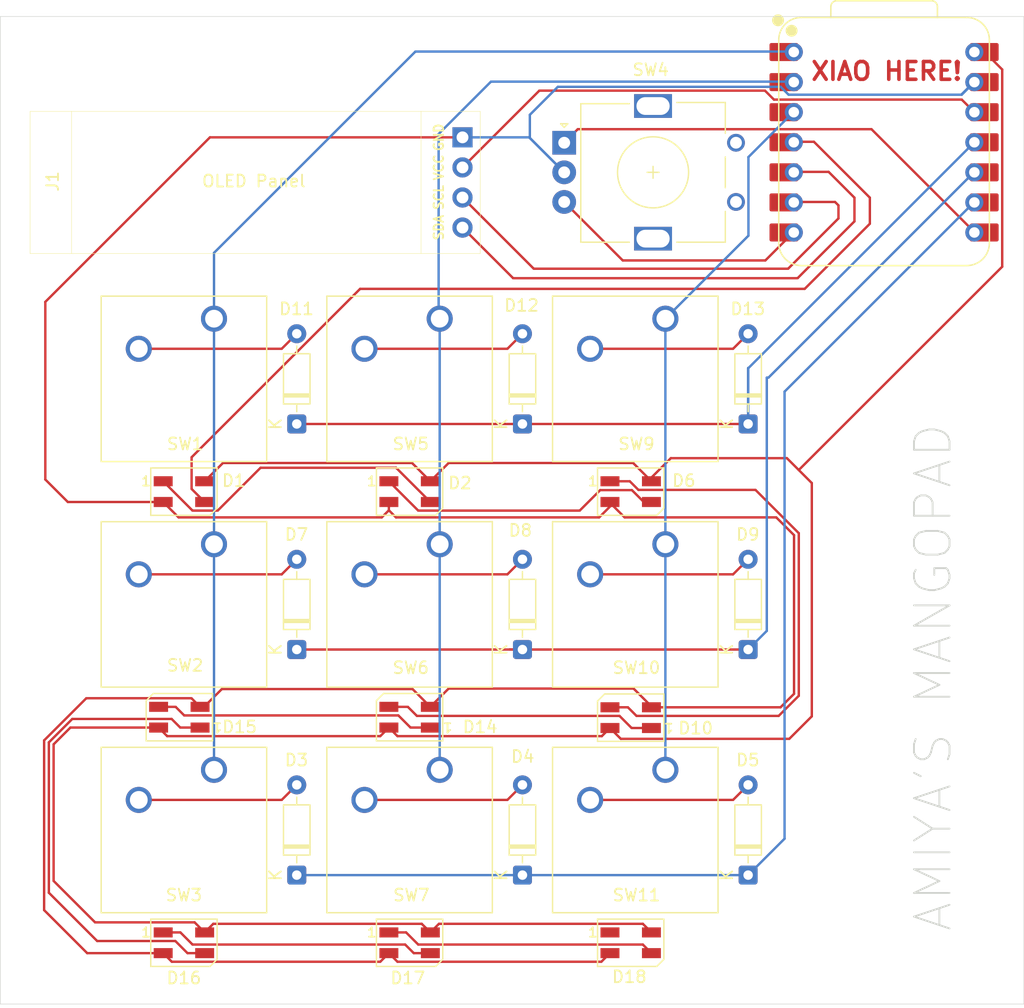
<source format=kicad_pcb>
(kicad_pcb (version 20241229) (generator "pcbnew") (generator_version "9.0")
  (layers (0 "F.Cu" signal) (2 "B.Cu" signal) (13 "F.Paste" user) (15 "B.Paste" user) (5 "F.SilkS" user "F.Silkscreen") (7 "B.SilkS" user "B.Silkscreen") (1 "F.Mask" user) (3 "B.Mask" user) (25 "Edge.Cuts" user))
  (net 0 "")
  (net 1 "GND")
  (net 2 "Net-(D1-DOUT)")
  (net 3 "SK6812MINI")
  (net 4 "+5V")
  (net 5 "Net-(D2-DOUT)")
  (net 6 "ROW0")
  (net 7 "Net-(D3-A)")
  (net 8 "Net-(D4-A)")
  (net 9 "ROW1")
  (net 10 "Net-(D5-A)")
  (net 11 "ROW2")
  (net 12 "Net-(D10-DIN)")
  (net 13 "Net-(D7-A)")
  (net 14 "Net-(D8-A)")
  (net 15 "Net-(D9-A)")
  (net 16 "Net-(D10-DOUT)")
  (net 17 "Net-(D11-A)")
  (net 18 "Net-(D12-A)")
  (net 19 "Net-(D13-A)")
  (net 20 "Net-(D14-DOUT)")
  (net 21 "Net-(D15-DOUT)")
  (net 22 "Net-(D16-DOUT)")
  (net 23 "Net-(D17-DOUT)")
  (net 25 "OLED SCL")
  (net 26 "OLED SDA")
  (net 27 "COL0")
  (net 28 "EC11A")
  (net 29 "EC11B")
  (net 30 "COL1")
  (net 31 "COL2")
  (net 32 "+3.3V")
  (footprint "LED_SMD:LED_SK6812MINI_PLCC4_3.5x3.5mm_P1.75mm" (layer "F.Cu") (at 119.45 166.725)
    (property "Reference" "D17" (at -0.15 2.975 0) (layer "F.SilkS"))
    (property "Value" "SK6812MINI")
    (fp_text user "1" (at -3.2 -0.875 0) (layer "F.SilkS") (effects (font (size 0.8 0.8))))
    (pad "1" smd rect (at -1.75 -0.875) (size 1.6 0.85) (layers "F.Cu" "F.Mask" "F.Paste") (net 23 "Net-(D17-DOUT)"))
    (pad "2" smd rect (at -1.75 0.875) (size 1.6 0.85) (layers "F.Cu" "F.Mask" "F.Paste") (net 1 "GND"))
    (pad "3" smd rect (at 1.75 0.875) (size 1.6 0.85) (layers "F.Cu" "F.Mask" "F.Paste") (net 22 "Net-(D16-DOUT)"))
    (pad "4" smd rect (at 1.75 -0.875) (size 1.6 0.85) (layers "F.Cu" "F.Mask" "F.Paste") (net 4 "+5V"))
  )
  (footprint "LED_SMD:LED_SK6812MINI_PLCC4_3.5x3.5mm_P1.75mm" (layer "F.Cu") (at 100.4 166.725)
    (property "Reference" "D16" (at 0 2.975 0) (layer "F.SilkS"))
    (property "Value" "SK6812MINI")
    (fp_text user "1" (at -3.2 -0.875 0) (layer "F.SilkS") (effects (font (size 0.8 0.8))))
    (pad "1" smd rect (at -1.75 -0.875) (size 1.6 0.85) (layers "F.Cu" "F.Mask" "F.Paste") (net 22 "Net-(D16-DOUT)"))
    (pad "2" smd rect (at -1.75 0.875) (size 1.6 0.85) (layers "F.Cu" "F.Mask" "F.Paste") (net 1 "GND"))
    (pad "3" smd rect (at 1.75 0.875) (size 1.6 0.85) (layers "F.Cu" "F.Mask" "F.Paste") (net 21 "Net-(D15-DOUT)"))
    (pad "4" smd rect (at 1.75 -0.875) (size 1.6 0.85) (layers "F.Cu" "F.Mask" "F.Paste") (net 4 "+5V"))
  )
  (footprint "LED_SMD:LED_SK6812MINI_PLCC4_3.5x3.5mm_P1.75mm" (layer "F.Cu") (at 138.1125 166.725)
    (property "Reference" "D18" (at -0.1125 2.875 0) (layer "F.SilkS"))
    (property "Value" "SK6812MINI")
    (fp_text user "1" (at -3.2 -0.875 0) (layer "F.SilkS") (effects (font (size 0.8 0.8))))
    (pad "1" smd rect (at -1.75 -0.875) (size 1.6 0.85) (layers "F.Cu" "F.Mask" "F.Paste"))
    (pad "2" smd rect (at -1.75 0.875) (size 1.6 0.85) (layers "F.Cu" "F.Mask" "F.Paste") (net 1 "GND"))
    (pad "3" smd rect (at 1.75 0.875) (size 1.6 0.85) (layers "F.Cu" "F.Mask" "F.Paste") (net 23 "Net-(D17-DOUT)"))
    (pad "4" smd rect (at 1.75 -0.875) (size 1.6 0.85) (layers "F.Cu" "F.Mask" "F.Paste") (net 4 "+5V"))
  )
  (footprint "Diode_THT:D_DO-35_SOD27_P7.62mm_Horizontal" (layer "F.Cu") (at 148.025 122.91 90)
    (property "Reference" "D11" (at 9.715 -38.125 180) (layer "F.SilkS"))
    (property "Value" "1N4148")
    (fp_text user "K" (at 0 -1.8 90) (layer "F.SilkS"))
    (pad "1" thru_hole roundrect (at 0 0 90) (size 1.6 1.6) (drill 0.8) (layers "*.Cu" "*.Mask") (roundrect_rratio 0.15625) (net 6 "ROW0"))
    (pad "2" thru_hole circle (at 7.62 0 90) (size 1.6 1.6) (drill 0.8) (layers "*.Cu" "*.Mask") (net 17 "Net-(D11-A)"))
  )
  (footprint "Diode_THT:D_DO-35_SOD27_P7.62mm_Horizontal" (layer "F.Cu") (at 128.975 122.91 90)
    (property "Reference" "D7" (at -9.335 -19.075 180) (layer "F.SilkS"))
    (property "Value" "1N4148")
    (fp_text user "K" (at 0 -1.8 90) (layer "F.SilkS"))
    (pad "1" thru_hole roundrect (at 0 0 90) (size 1.6 1.6) (drill 0.8) (layers "*.Cu" "*.Mask") (roundrect_rratio 0.15625) (net 6 "ROW0"))
    (pad "2" thru_hole circle (at 7.62 0 90) (size 1.6 1.6) (drill 0.8) (layers "*.Cu" "*.Mask") (net 13 "Net-(D7-A)"))
  )
  (footprint "LED_SMD:LED_SK6812MINI_PLCC4_3.5x3.5mm_P1.75mm" (layer "F.Cu") (at 100.4 128.625)
    (property "Reference" "D1" (at 4.2 -0.925 0) (layer "F.SilkS"))
    (property "Value" "SK6812MINI")
    (fp_text user "1" (at -3.2 -0.875 0) (layer "F.SilkS") (effects (font (size 0.8 0.8))))
    (pad "1" smd rect (at -1.75 -0.875) (size 1.6 0.85) (layers "F.Cu" "F.Mask" "F.Paste") (net 2 "Net-(D1-DOUT)"))
    (pad "2" smd rect (at -1.75 0.875) (size 1.6 0.85) (layers "F.Cu" "F.Mask" "F.Paste") (net 1 "GND"))
    (pad "3" smd rect (at 1.75 0.875) (size 1.6 0.85) (layers "F.Cu" "F.Mask" "F.Paste") (net 3 "SK6812MINI"))
    (pad "4" smd rect (at 1.75 -0.875) (size 1.6 0.85) (layers "F.Cu" "F.Mask" "F.Paste") (net 4 "+5V"))
  )
  (footprint "Diode_THT:D_DO-35_SOD27_P7.62mm_Horizontal" (layer "F.Cu") (at 148.025 141.96 90)
    (property "Reference" "D12" (at 29.06 -19.125 180) (layer "F.SilkS"))
    (property "Value" "1N4148")
    (fp_text user "K" (at 0 -1.8 90) (layer "F.SilkS"))
    (pad "1" thru_hole roundrect (at 0 0 90) (size 1.6 1.6) (drill 0.8) (layers "*.Cu" "*.Mask") (roundrect_rratio 0.15625) (net 9 "ROW1"))
    (pad "2" thru_hole circle (at 7.62 0 90) (size 1.6 1.6) (drill 0.8) (layers "*.Cu" "*.Mask") (net 18 "Net-(D12-A)"))
  )
  (footprint "Button_Switch_Keyboard:SW_Cherry_MX_1.00u_PCB" (layer "F.Cu") (at 141.04 133.07)
    (property "Reference" "SW10" (at -2.44 10.43 0) (layer "F.SilkS"))
    (property "Value" "SW_Push")
    (pad "" np_thru_hole circle (at -7.62 5.08) (size 1.7 1.7) (drill 1.7) (layers "*.Cu" "*.Mask"))
    (pad "" np_thru_hole circle (at -2.54 5.08) (size 4 4) (drill 4) (layers "*.Cu" "*.Mask"))
    (pad "" np_thru_hole circle (at 2.54 5.08) (size 1.7 1.7) (drill 1.7) (layers "*.Cu" "*.Mask"))
    (pad "1" thru_hole circle (at 0 0) (size 2.2 2.2) (drill 1.5) (layers "*.Cu" "*.Mask") (net 31 "COL2"))
    (pad "2" thru_hole circle (at -6.35 2.54) (size 2.2 2.2) (drill 1.5) (layers "*.Cu" "*.Mask") (net 18 "Net-(D12-A)"))
  )
  (footprint "Button_Switch_Keyboard:SW_Cherry_MX_1.00u_PCB" (layer "F.Cu") (at 102.94 114.02)
    (property "Reference" "SW1" (at -2.44 10.58 0) (layer "F.SilkS"))
    (property "Value" "SW_Push")
    (pad "" np_thru_hole circle (at -7.62 5.08) (size 1.7 1.7) (drill 1.7) (layers "*.Cu" "*.Mask"))
    (pad "" np_thru_hole circle (at -2.54 5.08) (size 4 4) (drill 4) (layers "*.Cu" "*.Mask"))
    (pad "" np_thru_hole circle (at 2.54 5.08) (size 1.7 1.7) (drill 1.7) (layers "*.Cu" "*.Mask"))
    (pad "1" thru_hole circle (at 0 0) (size 2.2 2.2) (drill 1.5) (layers "*.Cu" "*.Mask") (net 27 "COL0"))
    (pad "2" thru_hole circle (at -6.35 2.54) (size 2.2 2.2) (drill 1.5) (layers "*.Cu" "*.Mask") (net 7 "Net-(D3-A)"))
  )
  (footprint "OPL:XIAO-RP2040-DIP" (layer "F.Cu") (at 159.5 99.12)
    (property "Reference" "U1" (hide yes))
    (property "Value" "XIAO-RP2040-DIP")
    (pad "1" smd roundrect (at -8.455 -7.62 180) (size 2.432 1.524) (layers "F.Cu" "F.Mask") (roundrect_rratio 0.1) (net 27 "COL0"))
    (pad "1" thru_hole circle (at -7.62 -7.62 180) (size 1.524 1.524) (drill 0.889) (layers "*.Cu" "*.Mask") (net 27 "COL0"))
    (pad "2" smd roundrect (at -8.455 -5.08 180) (size 2.432 1.524) (layers "F.Cu" "F.Mask") (roundrect_rratio 0.1) (net 30 "COL1"))
    (pad "2" thru_hole circle (at -7.62 -5.08 180) (size 1.524 1.524) (drill 0.889) (layers "*.Cu" "*.Mask") (net 30 "COL1"))
    (pad "3" smd roundrect (at -8.455 -2.54 180) (size 2.432 1.524) (layers "F.Cu" "F.Mask") (roundrect_rratio 0.1) (net 31 "COL2"))
    (pad "3" thru_hole circle (at -7.62 -2.54 180) (size 1.524 1.524) (drill 0.889) (layers "*.Cu" "*.Mask") (net 31 "COL2"))
    (pad "4" smd roundrect (at -8.455 0 180) (size 2.432 1.524) (layers "F.Cu" "F.Mask") (roundrect_rratio 0.1) (net 3 "SK6812MINI"))
    (pad "4" thru_hole circle (at -7.62 0 180) (size 1.524 1.524) (drill 0.889) (layers "*.Cu" "*.Mask") (net 3 "SK6812MINI"))
    (pad "5" smd roundrect (at -8.455 2.54 180) (size 2.432 1.524) (layers "F.Cu" "F.Mask") (roundrect_rratio 0.1) (net 26 "OLED SDA"))
    (pad "5" thru_hole circle (at -7.62 2.54 180) (size 1.524 1.524) (drill 0.889) (layers "*.Cu" "*.Mask") (net 26 "OLED SDA"))
    (pad "6" smd roundrect (at -8.455 5.08 180) (size 2.432 1.524) (layers "F.Cu" "F.Mask") (roundrect_rratio 0.1) (net 25 "OLED SCL"))
    (pad "6" thru_hole circle (at -7.62 5.08 180) (size 1.524 1.524) (drill 0.889) (layers "*.Cu" "*.Mask") (net 25 "OLED SCL"))
    (pad "7" smd roundrect (at -8.455 7.62 180) (size 2.432 1.524) (layers "F.Cu" "F.Mask") (roundrect_rratio 0.1) (net 29 "EC11B"))
    (pad "7" thru_hole circle (at -7.62 7.62 180) (size 1.524 1.524) (drill 0.889) (layers "*.Cu" "*.Mask") (net 29 "EC11B"))
    (pad "8" thru_hole circle (at 7.62 7.62) (size 1.524 1.524) (drill 0.889) (layers "*.Cu" "*.Mask") (net 28 "EC11A"))
    (pad "8" smd roundrect (at 8.455 7.62) (size 2.432 1.524) (layers "F.Cu" "F.Mask") (roundrect_rratio 0.1) (net 28 "EC11A"))
    (pad "9" thru_hole circle (at 7.62 5.08) (size 1.524 1.524) (drill 0.889) (layers "*.Cu" "*.Mask") (net 11 "ROW2"))
    (pad "9" smd roundrect (at 8.455 5.08) (size 2.432 1.524) (layers "F.Cu" "F.Mask") (roundrect_rratio 0.1) (net 11 "ROW2"))
    (pad "10" thru_hole circle (at 7.62 2.54) (size 1.524 1.524) (drill 0.889) (layers "*.Cu" "*.Mask") (net 9 "ROW1"))
    (pad "10" smd roundrect (at 8.455 2.54) (size 2.432 1.524) (layers "F.Cu" "F.Mask") (roundrect_rratio 0.1) (net 9 "ROW1"))
    (pad "11" thru_hole circle (at 7.62 0) (size 1.524 1.524) (drill 0.889) (layers "*.Cu" "*.Mask") (net 6 "ROW0"))
    (pad "11" smd roundrect (at 8.455 0) (size 2.432 1.524) (layers "F.Cu" "F.Mask") (roundrect_rratio 0.1) (net 6 "ROW0"))
    (pad "12" thru_hole circle (at 7.62 -2.54) (size 1.524 1.524) (drill 0.889) (layers "*.Cu" "*.Mask") (net 32 "+3.3V"))
    (pad "12" smd roundrect (at 8.455 -2.54) (size 2.432 1.524) (layers "F.Cu" "F.Mask") (roundrect_rratio 0.1) (net 32 "+3.3V"))
    (pad "13" thru_hole circle (at 7.62 -5.08) (size 1.524 1.524) (drill 0.889) (layers "*.Cu" "*.Mask") (net 1 "GND"))
    (pad "13" smd roundrect (at 8.455 -5.08) (size 2.432 1.524) (layers "F.Cu" "F.Mask") (roundrect_rratio 0.1) (net 1 "GND"))
    (pad "14" thru_hole circle (at 7.62 -7.62) (size 1.524 1.524) (drill 0.889) (layers "*.Cu" "*.Mask") (net 4 "+5V"))
    (pad "14" smd roundrect (at 8.455 -7.62) (size 2.432 1.524) (layers "F.Cu" "F.Mask") (roundrect_rratio 0.1) (net 4 "+5V"))
  )
  (footprint "LED_SMD:LED_SK6812MINI_PLCC4_3.5x3.5mm_P1.75mm" (layer "F.Cu") (at 138.1125 147.7125 180)
    (property "Reference" "D10" (at -5.4875 -0.8875 0) (layer "F.SilkS"))
    (property "Value" "SK6812MINI")
    (fp_text user "1" (at -3.2 -0.875 180) (layer "F.SilkS") (effects (font (size 0.8 0.8))))
    (pad "1" smd rect (at -1.75 -0.875 180) (size 1.6 0.85) (layers "F.Cu" "F.Mask" "F.Paste") (net 16 "Net-(D10-DOUT)"))
    (pad "2" smd rect (at -1.75 0.875 180) (size 1.6 0.85) (layers "F.Cu" "F.Mask" "F.Paste") (net 1 "GND"))
    (pad "3" smd rect (at 1.75 0.875 180) (size 1.6 0.85) (layers "F.Cu" "F.Mask" "F.Paste") (net 12 "Net-(D10-DIN)"))
    (pad "4" smd rect (at 1.75 -0.875 180) (size 1.6 0.85) (layers "F.Cu" "F.Mask" "F.Paste") (net 4 "+5V"))
  )
  (footprint "Button_Switch_Keyboard:SW_Cherry_MX_1.00u_PCB" (layer "F.Cu") (at 141.04 114.02)
    (property "Reference" "SW9" (at -2.44 10.58 0) (layer "F.SilkS"))
    (property "Value" "SW_Push")
    (pad "" np_thru_hole circle (at -7.62 5.08) (size 1.7 1.7) (drill 1.7) (layers "*.Cu" "*.Mask"))
    (pad "" np_thru_hole circle (at -2.54 5.08) (size 4 4) (drill 4) (layers "*.Cu" "*.Mask"))
    (pad "" np_thru_hole circle (at 2.54 5.08) (size 1.7 1.7) (drill 1.7) (layers "*.Cu" "*.Mask"))
    (pad "1" thru_hole circle (at 0 0) (size 2.2 2.2) (drill 1.5) (layers "*.Cu" "*.Mask") (net 31 "COL2"))
    (pad "2" thru_hole circle (at -6.35 2.54) (size 2.2 2.2) (drill 1.5) (layers "*.Cu" "*.Mask") (net 17 "Net-(D11-A)"))
  )
  (footprint "Diode_THT:D_DO-35_SOD27_P7.62mm_Horizontal" (layer "F.Cu") (at 109.925 141.96 90)
    (property "Reference" "D4" (at -9.04 19.075 180) (layer "F.SilkS"))
    (property "Value" "1N4148")
    (fp_text user "K" (at 0 -1.8 90) (layer "F.SilkS"))
    (pad "1" thru_hole roundrect (at 0 0 90) (size 1.6 1.6) (drill 0.8) (layers "*.Cu" "*.Mask") (roundrect_rratio 0.15625) (net 9 "ROW1"))
    (pad "2" thru_hole circle (at 7.62 0 90) (size 1.6 1.6) (drill 0.8) (layers "*.Cu" "*.Mask") (net 8 "Net-(D4-A)"))
  )
  (footprint "Diode_THT:D_DO-35_SOD27_P7.62mm_Horizontal" (layer "F.Cu") (at 109.925 161.01 90)
    (property "Reference" "D5" (at 9.715 38.075 180) (layer "F.SilkS"))
    (property "Value" "1N4148")
    (fp_text user "K" (at 0 -1.8 90) (layer "F.SilkS"))
    (pad "1" thru_hole roundrect (at 0 0 90) (size 1.6 1.6) (drill 0.8) (layers "*.Cu" "*.Mask") (roundrect_rratio 0.15625) (net 11 "ROW2"))
    (pad "2" thru_hole circle (at 7.62 0 90) (size 1.6 1.6) (drill 0.8) (layers "*.Cu" "*.Mask") (net 10 "Net-(D5-A)"))
  )
  (footprint "LED_SMD:LED_SK6812MINI_PLCC4_3.5x3.5mm_P1.75mm" (layer "F.Cu") (at 100.0125 147.675 180)
    (property "Reference" "D15" (at -5.0875 -0.825 0) (layer "F.SilkS"))
    (property "Value" "SK6812MINI")
    (fp_text user "1" (at -3.2 -0.875 180) (layer "F.SilkS") (effects (font (size 0.8 0.8))))
    (pad "1" smd rect (at -1.75 -0.875 180) (size 1.6 0.85) (layers "F.Cu" "F.Mask" "F.Paste") (net 21 "Net-(D15-DOUT)"))
    (pad "2" smd rect (at -1.75 0.875 180) (size 1.6 0.85) (layers "F.Cu" "F.Mask" "F.Paste") (net 1 "GND"))
    (pad "3" smd rect (at 1.75 0.875 180) (size 1.6 0.85) (layers "F.Cu" "F.Mask" "F.Paste") (net 20 "Net-(D14-DOUT)"))
    (pad "4" smd rect (at 1.75 -0.875 180) (size 1.6 0.85) (layers "F.Cu" "F.Mask" "F.Paste") (net 4 "+5V"))
  )
  (footprint "Diode_THT:D_DO-35_SOD27_P7.62mm_Horizontal" (layer "F.Cu") (at 128.975 161.01 90)
    (property "Reference" "D9" (at 28.765 19.025 180) (layer "F.SilkS"))
    (property "Value" "1N4148")
    (fp_text user "K" (at 0 -1.8 90) (layer "F.SilkS"))
    (pad "1" thru_hole roundrect (at 0 0 90) (size 1.6 1.6) (drill 0.8) (layers "*.Cu" "*.Mask") (roundrect_rratio 0.15625) (net 11 "ROW2"))
    (pad "2" thru_hole circle (at 7.62 0 90) (size 1.6 1.6) (drill 0.8) (layers "*.Cu" "*.Mask") (net 15 "Net-(D9-A)"))
  )
  (footprint "Button_Switch_Keyboard:SW_Cherry_MX_1.00u_PCB" (layer "F.Cu") (at 141.04 152.12)
    (property "Reference" "SW11" (at -2.44 10.58 0) (layer "F.SilkS"))
    (property "Value" "SW_Push")
    (pad "" np_thru_hole circle (at -7.62 5.08) (size 1.7 1.7) (drill 1.7) (layers "*.Cu" "*.Mask"))
    (pad "" np_thru_hole circle (at -2.54 5.08) (size 4 4) (drill 4) (layers "*.Cu" "*.Mask"))
    (pad "" np_thru_hole circle (at 2.54 5.08) (size 1.7 1.7) (drill 1.7) (layers "*.Cu" "*.Mask"))
    (pad "1" thru_hole circle (at 0 0) (size 2.2 2.2) (drill 1.5) (layers "*.Cu" "*.Mask") (net 31 "COL2"))
    (pad "2" thru_hole circle (at -6.35 2.54) (size 2.2 2.2) (drill 1.5) (layers "*.Cu" "*.Mask") (net 19 "Net-(D13-A)"))
  )
  (footprint "Button_Switch_Keyboard:SW_Cherry_MX_1.00u_PCB" (layer "F.Cu") (at 121.99 114.02)
    (property "Reference" "SW5" (at -2.44 10.58 0) (layer "F.SilkS"))
    (property "Value" "SW_Push" (hide yes))
    (pad "" np_thru_hole circle (at -7.62 5.08) (size 1.7 1.7) (drill 1.7) (layers "*.Cu" "*.Mask"))
    (pad "" np_thru_hole circle (at -2.54 5.08) (size 4 4) (drill 4) (layers "*.Cu" "*.Mask"))
    (pad "" np_thru_hole circle (at 2.54 5.08) (size 1.7 1.7) (drill 1.7) (layers "*.Cu" "*.Mask"))
    (pad "1" thru_hole circle (at 0 0) (size 2.2 2.2) (drill 1.5) (layers "*.Cu" "*.Mask") (net 30 "COL1"))
    (pad "2" thru_hole circle (at -6.35 2.54) (size 2.2 2.2) (drill 1.5) (layers "*.Cu" "*.Mask") (net 13 "Net-(D7-A)"))
  )
  (footprint "Button_Switch_Keyboard:SW_Cherry_MX_1.00u_PCB" (layer "F.Cu") (at 102.94 133.07)
    (property "Reference" "SW2" (at -2.44 10.23 0) (layer "F.SilkS"))
    (property "Value" "SW_Push")
    (pad "" np_thru_hole circle (at -7.62 5.08) (size 1.7 1.7) (drill 1.7) (layers "*.Cu" "*.Mask"))
    (pad "" np_thru_hole circle (at -2.54 5.08) (size 4 4) (drill 4) (layers "*.Cu" "*.Mask"))
    (pad "" np_thru_hole circle (at 2.54 5.08) (size 1.7 1.7) (drill 1.7) (layers "*.Cu" "*.Mask"))
    (pad "1" thru_hole circle (at 0 0) (size 2.2 2.2) (drill 1.5) (layers "*.Cu" "*.Mask") (net 27 "COL0"))
    (pad "2" thru_hole circle (at -6.35 2.54) (size 2.2 2.2) (drill 1.5) (layers "*.Cu" "*.Mask") (net 8 "Net-(D4-A)"))
  )
  (footprint "LED_SMD:LED_SK6812MINI_PLCC4_3.5x3.5mm_P1.75mm" (layer "F.Cu") (at 119.45 147.675 180)
    (property "Reference" "D14" (at -5.95 -0.825 0) (layer "F.SilkS"))
    (property "Value" "SK6812MINI")
    (fp_text user "1" (at -3.2 -0.875 180) (layer "F.SilkS") (effects (font (size 0.8 0.8))))
    (pad "1" smd rect (at -1.75 -0.875 180) (size 1.6 0.85) (layers "F.Cu" "F.Mask" "F.Paste") (net 20 "Net-(D14-DOUT)"))
    (pad "2" smd rect (at -1.75 0.875 180) (size 1.6 0.85) (layers "F.Cu" "F.Mask" "F.Paste") (net 1 "GND"))
    (pad "3" smd rect (at 1.75 0.875 180) (size 1.6 0.85) (layers "F.Cu" "F.Mask" "F.Paste") (net 16 "Net-(D10-DOUT)"))
    (pad "4" smd rect (at 1.75 -0.875 180) (size 1.6 0.85) (layers "F.Cu" "F.Mask" "F.Paste") (net 4 "+5V"))
  )
  (footprint "OLED:SSD1306-0.91-OLED-4pin-128x32" (layer "F.Cu") (at 87.415 96.515)
    (property "Reference" "J1" (at 1.9 5.91 90) (layer "F.SilkS"))
    (property "Value" "OLED_128x32")
    (fp_text user "SCL" (at 34.5 7.27 270) (layer "F.SilkS") (effects (font (size 0.8 0.75))))
    (fp_text user "VCC" (at 34.5 4.73 270) (layer "F.SilkS") (effects (font (size 0.8 0.75))))
    (fp_text user "SDA" (at 34.5 9.81 270) (layer "F.SilkS") (effects (font (size 0.8 0.75))))
    (fp_text user "OLED Panel" (at 18.885 5.885 0) (layer "F.SilkS"))
    (fp_text user "GND" (at 34.5 2.19 270) (layer "F.SilkS") (effects (font (size 0.8 0.75))))
    (pad "1" thru_hole rect (at 36.5 2.19) (size 1.7 1.7) (drill 1) (layers "*.Cu" "*.Mask") (net 1 "GND"))
    (pad "2" thru_hole oval (at 36.5 4.73) (size 1.7 1.7) (drill 1) (layers "*.Cu" "*.Mask") (net 32 "+3.3V"))
    (pad "3" thru_hole oval (at 36.5 7.27) (size 1.7 1.7) (drill 1) (layers "*.Cu" "*.Mask") (net 25 "OLED SCL"))
    (pad "4" thru_hole oval (at 36.5 9.81) (size 1.7 1.7) (drill 1) (layers "*.Cu" "*.Mask") (net 26 "OLED SDA"))
  )
  (footprint "LED_SMD:LED_SK6812MINI_PLCC4_3.5x3.5mm_P1.75mm" (layer "F.Cu") (at 138.1125 128.625)
    (property "Reference" "D6" (at 4.4875 -0.925 0) (layer "F.SilkS"))
    (property "Value" "SK6812MINI")
    (fp_text user "1" (at -3.2 -0.875 0) (layer "F.SilkS") (effects (font (size 0.8 0.8))))
    (pad "1" smd rect (at -1.75 -0.875) (size 1.6 0.85) (layers "F.Cu" "F.Mask" "F.Paste") (net 12 "Net-(D10-DIN)"))
    (pad "2" smd rect (at -1.75 0.875) (size 1.6 0.85) (layers "F.Cu" "F.Mask" "F.Paste") (net 1 "GND"))
    (pad "3" smd rect (at 1.75 0.875) (size 1.6 0.85) (layers "F.Cu" "F.Mask" "F.Paste") (net 5 "Net-(D2-DOUT)"))
    (pad "4" smd rect (at 1.75 -0.875) (size 1.6 0.85) (layers "F.Cu" "F.Mask" "F.Paste") (net 4 "+5V"))
  )
  (footprint "Button_Switch_Keyboard:SW_Cherry_MX_1.00u_PCB" (layer "F.Cu") (at 121.99 152.12)
    (property "Reference" "SW7" (at -2.39 10.58 0) (layer "F.SilkS"))
    (property "Value" "SW_Push")
    (pad "" np_thru_hole circle (at -7.62 5.08) (size 1.7 1.7) (drill 1.7) (layers "*.Cu" "*.Mask"))
    (pad "" np_thru_hole circle (at -2.54 5.08) (size 4 4) (drill 4) (layers "*.Cu" "*.Mask"))
    (pad "" np_thru_hole circle (at 2.54 5.08) (size 1.7 1.7) (drill 1.7) (layers "*.Cu" "*.Mask"))
    (pad "1" thru_hole circle (at 0 0) (size 2.2 2.2) (drill 1.5) (layers "*.Cu" "*.Mask") (net 30 "COL1"))
    (pad "2" thru_hole circle (at -6.35 2.54) (size 2.2 2.2) (drill 1.5) (layers "*.Cu" "*.Mask") (net 15 "Net-(D9-A)"))
  )
  (footprint "Rotary_Encoder:RotaryEncoder_Alps_EC11E_Vertical_H20mm" (layer "F.Cu") (at 132.5 99.16)
    (property "Reference" "SW4" (at 7.3 -6.16 0) (layer "F.SilkS"))
    (property "Value" "RotaryEncoder")
    (pad "" thru_hole circle (at 14.5 0) (size 1.5 1.5) (drill 1) (layers "*.Cu" "*.Mask"))
    (pad "" thru_hole circle (at 14.5 5) (size 1.5 1.5) (drill 1) (layers "*.Cu" "*.Mask"))
    (pad "A" thru_hole rect (at 0 0) (size 2 2) (drill 1) (layers "*.Cu" "*.Mask") (net 28 "EC11A"))
    (pad "B" thru_hole circle (at 0 5) (size 2 2) (drill 1) (layers "*.Cu" "*.Mask") (net 29 "EC11B"))
    (pad "C" thru_hole circle (at 0 2.5) (size 2 2) (drill 1) (layers "*.Cu" "*.Mask") (net 1 "GND"))
    (pad "MP" thru_hole rect (at 7.5 -3.1) (size 3.2 2) (drill oval 2.8 1.5) (layers "*.Cu" "*.Mask"))
    (pad "MP" thru_hole rect (at 7.5 8.1) (size 3.2 2) (drill oval 2.8 1.5) (layers "*.Cu" "*.Mask"))
  )
  (footprint "Button_Switch_Keyboard:SW_Cherry_MX_1.00u_PCB" (layer "F.Cu") (at 121.99 133.07)
    (property "Reference" "SW6" (at -2.44 10.43 0) (layer "F.SilkS"))
    (property "Value" "SW_Push")
    (pad "" np_thru_hole circle (at -7.62 5.08) (size 1.7 1.7) (drill 1.7) (layers "*.Cu" "*.Mask"))
    (pad "" np_thru_hole circle (at -2.54 5.08) (size 4 4) (drill 4) (layers "*.Cu" "*.Mask"))
    (pad "" np_thru_hole circle (at 2.54 5.08) (size 1.7 1.7) (drill 1.7) (layers "*.Cu" "*.Mask"))
    (pad "1" thru_hole circle (at 0 0) (size 2.2 2.2) (drill 1.5) (layers "*.Cu" "*.Mask") (net 30 "COL1"))
    (pad "2" thru_hole circle (at -6.35 2.54) (size 2.2 2.2) (drill 1.5) (layers "*.Cu" "*.Mask") (net 14 "Net-(D8-A)"))
  )
  (footprint "Diode_THT:D_DO-35_SOD27_P7.62mm_Horizontal" (layer "F.Cu") (at 109.925 122.91 90)
    (property "Reference" "D3" (at -28.385 -0.025 180) (layer "F.SilkS"))
    (property "Value" "1N4148")
    (fp_text user "K" (at 0 -1.8 90) (layer "F.SilkS"))
    (pad "1" thru_hole roundrect (at 0 0 90) (size 1.6 1.6) (drill 0.8) (layers "*.Cu" "*.Mask") (roundrect_rratio 0.15625) (net 6 "ROW0"))
    (pad "2" thru_hole circle (at 7.62 0 90) (size 1.6 1.6) (drill 0.8) (layers "*.Cu" "*.Mask") (net 7 "Net-(D3-A)"))
  )
  (footprint "Button_Switch_Keyboard:SW_Cherry_MX_1.00u_PCB" (layer "F.Cu") (at 102.94 152.12)
    (property "Reference" "SW3" (at -2.54 10.58 0) (layer "F.SilkS"))
    (property "Value" "SW_Push")
    (pad "" np_thru_hole circle (at -7.62 5.08) (size 1.7 1.7) (drill 1.7) (layers "*.Cu" "*.Mask"))
    (pad "" np_thru_hole circle (at -2.54 5.08) (size 4 4) (drill 4) (layers "*.Cu" "*.Mask"))
    (pad "" np_thru_hole circle (at 2.54 5.08) (size 1.7 1.7) (drill 1.7) (layers "*.Cu" "*.Mask"))
    (pad "1" thru_hole circle (at 0 0) (size 2.2 2.2) (drill 1.5) (layers "*.Cu" "*.Mask") (net 27 "COL0"))
    (pad "2" thru_hole circle (at -6.35 2.54) (size 2.2 2.2) (drill 1.5) (layers "*.Cu" "*.Mask") (net 10 "Net-(D5-A)"))
  )
  (footprint "LED_SMD:LED_SK6812MINI_PLCC4_3.5x3.5mm_P1.75mm" (layer "F.Cu") (at 119.45 128.625)
    (property "Reference" "D2" (at 4.25 -0.725 0) (layer "F.SilkS"))
    (property "Value" "SK6812MINI")
    (fp_text user "1" (at -3.2 -0.875 0) (layer "F.SilkS") (effects (font (size 0.8 0.8))))
    (pad "1" smd rect (at -1.75 -0.875) (size 1.6 0.85) (layers "F.Cu" "F.Mask" "F.Paste") (net 5 "Net-(D2-DOUT)"))
    (pad "2" smd rect (at -1.75 0.875) (size 1.6 0.85) (layers "F.Cu" "F.Mask" "F.Paste") (net 1 "GND"))
    (pad "3" smd rect (at 1.75 0.875) (size 1.6 0.85) (layers "F.Cu" "F.Mask" "F.Paste") (net 2 "Net-(D1-DOUT)"))
    (pad "4" smd rect (at 1.75 -0.875) (size 1.6 0.85) (layers "F.Cu" "F.Mask" "F.Paste") (net 4 "+5V"))
  )
  (footprint "Diode_THT:D_DO-35_SOD27_P7.62mm_Horizontal" (layer "F.Cu") (at 128.975 141.96 90)
    (property "Reference" "D8" (at 10.06 -0.175 180) (layer "F.SilkS"))
    (property "Value" "1N4148")
    (fp_text user "K" (at 0 -1.8 90) (layer "F.SilkS"))
    (pad "1" thru_hole roundrect (at 0 0 90) (size 1.6 1.6) (drill 0.8) (layers "*.Cu" "*.Mask") (roundrect_rratio 0.15625) (net 9 "ROW1"))
    (pad "2" thru_hole circle (at 7.62 0 90) (size 1.6 1.6) (drill 0.8) (layers "*.Cu" "*.Mask") (net 14 "Net-(D8-A)"))
  )
  (footprint "Diode_THT:D_DO-35_SOD27_P7.62mm_Horizontal" (layer "F.Cu") (at 148.025 161.01 90)
    (property "Reference" "D13" (at 47.815 -0.025 180) (layer "F.SilkS"))
    (property "Value" "1N4148")
    (fp_text user "K" (at 0 -1.8 90) (layer "F.SilkS"))
    (pad "1" thru_hole roundrect (at 0 0 90) (size 1.6 1.6) (drill 0.8) (layers "*.Cu" "*.Mask") (roundrect_rratio 0.15625) (net 11 "ROW2"))
    (pad "2" thru_hole circle (at 7.62 0 90) (size 1.6 1.6) (drill 0.8) (layers "*.Cu" "*.Mask") (net 19 "Net-(D13-A)"))
  )
  (gr_rect (start 84.9 88.5) (end 171.3 171.9) (stroke (width 0.05)) (fill no) (layer "Edge.Cuts"))
  (gr_text "XIAO HERE!" (at 153.2 94 0) (layer "F.Cu") (effects (font (size 1.5 1.5) (thickness 0.3) (bold yes)) (justify left bottom)))
  (gr_text "AMIYA'S MANGOPAD" (at 165.4 165.9 90) (layer "Edge.Cuts") (effects (font (size 3 3)) (justify left bottom)))
  (segment (start 150.4 130.8) (end 151.9 132.3) (width 0.2) (layer "F.Cu") (net 1))
  (segment (start 139.8625 146.7625) (end 138.35625 145.25625) (width 0.2) (layer "F.Cu") (net 1))
  (segment (start 101.7625 146.8) (end 101.0365 146.074) (width 0.2) (layer "F.Cu") (net 1))
  (segment (start 136.3625 129.5625) (end 136.525 129.725) (width 0.2) (layer "F.Cu") (net 1))
  (segment (start 150.7625 146.8375) (end 139.8625 146.8375) (width 0.2) (layer "F.Cu") (net 1))
  (segment (start 103.6 145.3) (end 102.15 146.75) (width 0.2) (layer "F.Cu") (net 1))
  (segment (start 117.7 130.2) (end 117.1 130.8) (width 0.2) (layer "F.Cu") (net 1))
  (segment (start 122.74375 145.25625) (end 121.2 146.8) (width 0.2) (layer "F.Cu") (net 1))
  (segment (start 101.0365 146.074) (end 92.1589 146.074) (width 0.2) (layer "F.Cu") (net 1))
  (segment (start 118.426 168.326) (end 135.6365 168.326) (width 0.2) (layer "F.Cu") (net 1))
  (segment (start 118.3 130.8) (end 135.45 130.8) (width 0.2) (layer "F.Cu") (net 1))
  (segment (start 90.6 129.5) (end 88.7 127.6) (width 0.2) (layer "F.Cu") (net 1))
  (segment (start 119.7 145.3) (end 103.6 145.3) (width 0.2) (layer "F.Cu") (net 1))
  (segment (start 88.599 149.6339) (end 88.599 163.9661) (width 0.2) (layer "F.Cu") (net 1))
  (segment (start 99.376 168.326) (end 116.974 168.326) (width 0.2) (layer "F.Cu") (net 1))
  (segment (start 136.3625 129.5) (end 136.3625 129.5625) (width 0.2) (layer "F.Cu") (net 1))
  (segment (start 102.595 98.705) (end 123.915 98.705) (width 0.2) (layer "F.Cu") (net 1))
  (segment (start 117.7 130.2) (end 118.3 130.8) (width 0.2) (layer "F.Cu") (net 1))
  (segment (start 151.9 145.7) (end 150.7625 146.8375) (width 0.2) (layer "F.Cu") (net 1))
  (segment (start 102.15 146.75) (end 102.15 146.8) (width 0.2) (layer "F.Cu") (net 1))
  (segment (start 92.2329 167.6) (end 98.65 167.6) (width 0.2) (layer "F.Cu") (net 1))
  (segment (start 92.1589 146.074) (end 88.599 149.6339) (width 0.2) (layer "F.Cu") (net 1))
  (segment (start 117.7 167.6) (end 118.426 168.326) (width 0.2) (layer "F.Cu") (net 1))
  (segment (start 135.6365 168.326) (end 136.3625 167.6) (width 0.2) (layer "F.Cu") (net 1))
  (segment (start 135.45 130.8) (end 136.525 129.725) (width 0.2) (layer "F.Cu") (net 1))
  (segment (start 137.6 130.8) (end 150.4 130.8) (width 0.2) (layer "F.Cu") (net 1))
  (segment (start 98.65 167.6) (end 99.376 168.326) (width 0.2) (layer "F.Cu") (net 1))
  (segment (start 138.35625 145.25625) (end 122.74375 145.25625) (width 0.2) (layer "F.Cu") (net 1))
  (segment (start 136.3625 129.5625) (end 137.6 130.8) (width 0.2) (layer "F.Cu") (net 1))
  (segment (start 88.599 163.9661) (end 92.2329 167.6) (width 0.2) (layer "F.Cu") (net 1))
  (segment (start 117.7 129.5) (end 117.7 130.2) (width 0.2) (layer "F.Cu") (net 1))
  (segment (start 116.974 168.326) (end 117.7 167.6) (width 0.2) (layer "F.Cu") (net 1))
  (segment (start 99.95 130.8) (end 98.65 129.5) (width 0.2) (layer "F.Cu") (net 1))
  (segment (start 88.7 112.6) (end 102.595 98.705) (width 0.2) (layer "F.Cu") (net 1))
  (segment (start 151.9 132.3) (end 151.9 145.7) (width 0.2) (layer "F.Cu") (net 1))
  (segment (start 117.1 130.8) (end 99.95 130.8) (width 0.2) (layer "F.Cu") (net 1))
  (segment (start 98.65 129.5) (end 90.6 129.5) (width 0.2) (layer "F.Cu") (net 1))
  (segment (start 121.2 146.8) (end 119.7 145.3) (width 0.2) (layer "F.Cu") (net 1))
  (segment (start 88.7 127.6) (end 88.7 112.6) (width 0.2) (layer "F.Cu") (net 1))
  (segment (start 129.6 96.8) (end 131.95969 94.44031) (width 0.2) (layer "B.Cu") (net 1))
  (segment (start 132.5 101.66) (end 129.6 98.76) (width 0.2) (layer "B.Cu") (net 1))
  (segment (start 129.6 98.76) (end 129.6 96.8) (width 0.2) (layer "B.Cu") (net 1))
  (segment (start 166.057 95.103) (end 167.12 94.04) (width 0.2) (layer "B.Cu") (net 1))
  (segment (start 132.5 101.66) (end 129.545 98.705) (width 0.2) (layer "B.Cu") (net 1))
  (segment (start 166.057 95.063) (end 167.12 94) (width 0.2) (layer "B.Cu") (net 1))
  (segment (start 150.777 94.44031) (end 151.43969 95.103) (width 0.2) (layer "B.Cu") (net 1))
  (segment (start 151.43969 95.103) (end 166.057 95.103) (width 0.2) (layer "B.Cu") (net 1))
  (segment (start 131.95969 94.44031) (end 150.777 94.44031) (width 0.2) (layer "B.Cu") (net 1))
  (segment (start 129.545 98.705) (end 123.915 98.705) (width 0.2) (layer "B.Cu") (net 1))
  (segment (start 101.126 130.226) (end 103.251 130.226) (width 0.2) (layer "F.Cu") (net 2))
  (segment (start 106.86975 126.60725) (end 118.30725 126.60725) (width 0.2) (layer "F.Cu") (net 2))
  (segment (start 118.30725 126.60725) (end 121.2 129.5) (width 0.2) (layer "F.Cu") (net 2))
  (segment (start 103.251 130.226) (end 106.86975 126.60725) (width 0.2) (layer "F.Cu") (net 2))
  (segment (start 98.65 127.75) (end 101.126 130.226) (width 0.2) (layer "F.Cu") (net 2))
  (segment (start 158.3 106) (end 158.3 103.8) (width 0.2) (layer "F.Cu") (net 3))
  (segment (start 101.049 128.399) (end 101.049 125.72305) (width 0.2) (layer "F.Cu") (net 3))
  (segment (start 101.049 125.72305) (end 115.27205 111.5) (width 0.2) (layer "F.Cu") (net 3))
  (segment (start 102.15 129.5) (end 101.049 128.399) (width 0.2) (layer "F.Cu") (net 3))
  (segment (start 153.58 99.08) (end 151.88 99.08) (width 0.2) (layer "F.Cu") (net 3))
  (segment (start 158.3 103.8) (end 153.58 99.08) (width 0.2) (layer "F.Cu") (net 3))
  (segment (start 152.8 111.5) (end 158.3 106) (width 0.2) (layer "F.Cu") (net 3))
  (segment (start 115.27205 111.5) (end 152.8 111.5) (width 0.2) (layer "F.Cu") (net 3))
  (segment (start 137.275 149.5) (end 136.3625 148.5875) (width 0.2) (layer "F.Cu") (net 4))
  (segment (start 102.15 127.75) (end 103.69375 126.20625) (width 0.2) (layer "F.Cu") (net 4))
  (segment (start 169.472 92.977) (end 167.955 91.46) (width 0.2) (layer "F.Cu") (net 4))
  (segment (start 121.2 165.85) (end 120.474 165.124) (width 0.2) (layer "F.Cu") (net 4))
  (segment (start 151.3 125.8) (end 152.3 126.8) (width 0.2) (layer "F.Cu") (net 4))
  (segment (start 139.8625 127.4375) (end 141.5 125.8) (width 0.2) (layer "F.Cu") (net 4))
  (segment (start 117.7 148.55) (end 118.426 149.276) (width 0.2) (layer "F.Cu") (net 4))
  (segment (start 139.1365 165.124) (end 139.8625 165.85) (width 0.2) (layer "F.Cu") (net 4))
  (segment (start 139.8625 127.75) (end 139.8625 127.4375) (width 0.2) (layer "F.Cu") (net 4))
  (segment (start 89.401 161.501) (end 89.401 149.9661) (width 0.2) (layer "F.Cu") (net 4))
  (segment (start 121.2 165.85) (end 121.926 165.124) (width 0.2) (layer "F.Cu") (net 4))
  (segment (start 92.9 165) (end 89.401 161.501) (width 0.2) (layer "F.Cu") (net 4))
  (segment (start 138.31875 126.20625) (end 139.8625 127.75) (width 0.2) (layer "F.Cu") (net 4))
  (segment (start 102.876 165.124) (end 102.15 165.85) (width 0.2) (layer "F.Cu") (net 4))
  (segment (start 151.5 149.5) (end 137.275 149.5) (width 0.2) (layer "F.Cu") (net 4))
  (segment (start 120.474 165.124) (end 102.876 165.124) (width 0.2) (layer "F.Cu") (net 4))
  (segment (start 121.2 127.75) (end 122.74375 126.20625) (width 0.2) (layer "F.Cu") (net 4))
  (segment (start 141.5 125.8) (end 151.3 125.8) (width 0.2) (layer "F.Cu") (net 4))
  (segment (start 90.8171 148.55) (end 98.2625 148.55) (width 0.2) (layer "F.Cu") (net 4))
  (segment (start 121.926 165.124) (end 139.1365 165.124) (width 0.2) (layer "F.Cu") (net 4))
  (segment (start 153.4 147.6) (end 151.5 149.5) (width 0.2) (layer "F.Cu") (net 4))
  (segment (start 116.974 149.276) (end 117.7 148.55) (width 0.2) (layer "F.Cu") (net 4))
  (segment (start 118.426 149.276) (end 135.674 149.276) (width 0.2) (layer "F.Cu") (net 4))
  (segment (start 169.472 109.628) (end 169.472 92.977) (width 0.2) (layer "F.Cu") (net 4))
  (segment (start 119.65625 126.20625) (end 121.2 127.75) (width 0.2) (layer "F.Cu") (net 4))
  (segment (start 101.3 165) (end 92.9 165) (width 0.2) (layer "F.Cu") (net 4))
  (segment (start 152.3 126.8) (end 169.472 109.628) (width 0.2) (layer "F.Cu") (net 4))
  (segment (start 98.9885 149.276) (end 116.974 149.276) (width 0.2) (layer "F.Cu") (net 4))
  (segment (start 89.401 149.9661) (end 90.8171 148.55) (width 0.2) (layer "F.Cu") (net 4))
  (segment (start 153.4 127.9) (end 153.4 147.6) (width 0.2) (layer "F.Cu") (net 4))
  (segment (start 103.69375 126.20625) (end 119.65625 126.20625) (width 0.2) (layer "F.Cu") (net 4))
  (segment (start 152.3 126.8) (end 153.4 127.9) (width 0.2) (layer "F.Cu") (net 4))
  (segment (start 102.15 165.85) (end 101.3 165) (width 0.2) (layer "F.Cu") (net 4))
  (segment (start 135.674 149.276) (end 136.3625 148.5875) (width 0.2) (layer "F.Cu") (net 4))
  (segment (start 98.2625 148.55) (end 98.9885 149.276) (width 0.2) (layer "F.Cu") (net 4))
  (segment (start 122.74375 126.20625) (end 138.31875 126.20625) (width 0.2) (layer "F.Cu") (net 4))
  (segment (start 120.176 130.226) (end 117.7 127.75) (width 0.2) (layer "F.Cu") (net 5))
  (segment (start 133.8095 130.226) (end 120.176 130.226) (width 0.2) (layer "F.Cu") (net 5))
  (segment (start 135.5355 128.5) (end 133.8095 130.226) (width 0.2) (layer "F.Cu") (net 5))
  (segment (start 138.2184 128.5) (end 135.5355 128.5) (width 0.2) (layer "F.Cu") (net 5))
  (segment (start 139.8625 129.5) (end 139.2184 129.5) (width 0.2) (layer "F.Cu") (net 5))
  (segment (start 139.2184 129.5) (end 138.2184 128.5) (width 0.2) (layer "F.Cu") (net 5))
  (segment (start 109.925 122.91) (end 128.975 122.91) (width 0.2) (layer "F.Cu") (net 6))
  (segment (start 128.975 122.91) (end 148.025 122.91) (width 0.2) (layer "F.Cu") (net 6))
  (segment (start 148.025 122.91) (end 148.025 118.175) (width 0.2) (layer "B.Cu") (net 6))
  (segment (start 148.025 118.215) (end 167.12 99.12) (width 0.2) (layer "B.Cu") (net 6))
  (segment (start 148.025 122.91) (end 148.025 118.215) (width 0.2) (layer "B.Cu") (net 6))
  (segment (start 108.655 116.56) (end 109.925 115.29) (width 0.2) (layer "F.Cu") (net 7))
  (segment (start 96.59 116.56) (end 108.655 116.56) (width 0.2) (layer "F.Cu") (net 7))
  (segment (start 108.655 135.61) (end 109.925 134.34) (width 0.2) (layer "F.Cu") (net 8))
  (segment (start 96.59 135.61) (end 108.655 135.61) (width 0.2) (layer "F.Cu") (net 8))
  (segment (start 127.9 141.96) (end 128.975 141.96) (width 0.2) (layer "F.Cu") (net 9))
  (segment (start 127.9 141.96) (end 148.025 141.96) (width 0.2) (layer "F.Cu") (net 9))
  (segment (start 109.925 141.96) (end 127.9 141.96) (width 0.2) (layer "F.Cu") (net 9))
  (segment (start 149.6 119) (end 149.74 119) (width 0.2) (layer "B.Cu") (net 9))
  (segment (start 148.025 141.96) (end 149.6 140.385) (width 0.2) (layer "B.Cu") (net 9))
  (segment (start 149.74 119) (end 167.12 101.62) (width 0.2) (layer "B.Cu") (net 9))
  (segment (start 149.6 140.385) (end 149.6 119) (width 0.2) (layer "B.Cu") (net 9))
  (segment (start 96.59 154.66) (end 108.655 154.66) (width 0.2) (layer "F.Cu") (net 10))
  (segment (start 108.655 154.66) (end 109.925 153.39) (width 0.2) (layer "F.Cu") (net 10))
  (segment (start 148.025 161.01) (end 151.1 157.935) (width 0.2) (layer "B.Cu") (net 11))
  (segment (start 109.925 161.01) (end 128.975 161.01) (width 0.2) (layer "B.Cu") (net 11))
  (segment (start 151.1 157.935) (end 151.1 120.18) (width 0.2) (layer "B.Cu") (net 11))
  (segment (start 128.975 161.01) (end 148.025 161.01) (width 0.2) (layer "B.Cu") (net 11))
  (segment (start 151.1 120.18) (end 167.12 104.16) (width 0.2) (layer "B.Cu") (net 11))
  (segment (start 152.301 145.8661) (end 150.6036 147.5635) (width 0.2) (layer "F.Cu") (net 12))
  (segment (start 138.0355 127.75) (end 138.7615 128.476) (width 0.2) (layer "F.Cu") (net 12))
  (segment (start 137.874 146.8375) (end 136.3625 146.8375) (width 0.2) (layer "F.Cu") (net 12))
  (segment (start 148.6431 128.476) (end 152.301 132.1339) (width 0.2) (layer "F.Cu") (net 12))
  (segment (start 138.6 147.5635) (end 137.874 146.8375) (width 0.2) (layer "F.Cu") (net 12))
  (segment (start 150.6036 147.5635) (end 138.6 147.5635) (width 0.2) (layer "F.Cu") (net 12))
  (segment (start 152.301 132.1339) (end 152.301 145.8661) (width 0.2) (layer "F.Cu") (net 12))
  (segment (start 136.3625 127.75) (end 138.0355 127.75) (width 0.2) (layer "F.Cu") (net 12))
  (segment (start 138.7615 128.476) (end 148.6431 128.476) (width 0.2) (layer "F.Cu") (net 12))
  (segment (start 115.64 116.56) (end 127.705 116.56) (width 0.2) (layer "F.Cu") (net 13))
  (segment (start 127.705 116.56) (end 128.975 115.29) (width 0.2) (layer "F.Cu") (net 13))
  (segment (start 127.705 135.61) (end 128.975 134.34) (width 0.2) (layer "F.Cu") (net 14))
  (segment (start 115.64 135.61) (end 127.705 135.61) (width 0.2) (layer "F.Cu") (net 14))
  (segment (start 127.705 154.66) (end 128.975 153.39) (width 0.2) (layer "F.Cu") (net 15))
  (segment (start 115.64 154.66) (end 127.705 154.66) (width 0.2) (layer "F.Cu") (net 15))
  (segment (start 119.3 146.8) (end 117.7 146.8) (width 0.2) (layer "F.Cu") (net 16))
  (segment (start 138.1895 148.5875) (end 137.1655 147.5635) (width 0.2) (layer "F.Cu") (net 16))
  (segment (start 139.8625 148.5875) (end 138.1895 148.5875) (width 0.2) (layer "F.Cu") (net 16))
  (segment (start 137.1655 147.5635) (end 120.0635 147.5635) (width 0.2) (layer "F.Cu") (net 16))
  (segment (start 120.0635 147.5635) (end 119.3 146.8) (width 0.2) (layer "F.Cu") (net 16))
  (segment (start 134.69 116.56) (end 146.755 116.56) (width 0.2) (layer "F.Cu") (net 17))
  (segment (start 146.755 116.56) (end 148.025 115.29) (width 0.2) (layer "F.Cu") (net 17))
  (segment (start 134.69 135.61) (end 146.755 135.61) (width 0.2) (layer "F.Cu") (net 18))
  (segment (start 146.755 135.61) (end 148.025 134.34) (width 0.2) (layer "F.Cu") (net 18))
  (segment (start 134.69 154.66) (end 146.755 154.66) (width 0.2) (layer "F.Cu") (net 19))
  (segment (start 146.755 154.66) (end 148.025 153.39) (width 0.2) (layer "F.Cu") (net 19))
  (segment (start 118.503 147.526) (end 119.527 148.55) (width 0.2) (layer "F.Cu") (net 20))
  (segment (start 98.2625 146.8) (end 99.7 146.8) (width 0.2) (layer "F.Cu") (net 20))
  (segment (start 100.426 147.526) (end 118.503 147.526) (width 0.2) (layer "F.Cu") (net 20))
  (segment (start 119.527 148.55) (end 121.2 148.55) (width 0.2) (layer "F.Cu") (net 20))
  (segment (start 99.7 146.8) (end 100.426 147.526) (width 0.2) (layer "F.Cu") (net 20))
  (segment (start 100.0895 148.55) (end 99.3635 147.824) (width 0.2) (layer "F.Cu") (net 21))
  (segment (start 89 149.8) (end 89 162.5) (width 0.2) (layer "F.Cu") (net 21))
  (segment (start 93.076 166.576) (end 99.676 166.576) (width 0.2) (layer "F.Cu") (net 21))
  (segment (start 100.7 167.6) (end 102.15 167.6) (width 0.2) (layer "F.Cu") (net 21))
  (segment (start 101.7625 148.55) (end 100.0895 148.55) (width 0.2) (layer "F.Cu") (net 21))
  (segment (start 89 162.5) (end 93.076 166.576) (width 0.2) (layer "F.Cu") (net 21))
  (segment (start 90.976 147.824) (end 89 149.8) (width 0.2) (layer "F.Cu") (net 21))
  (segment (start 99.676 166.576) (end 100.7 167.6) (width 0.2) (layer "F.Cu") (net 21))
  (segment (start 99.3635 147.824) (end 90.976 147.824) (width 0.2) (layer "F.Cu") (net 21))
  (segment (start 98.65 165.85) (end 100.102 165.85) (width 0.2) (layer "F.Cu") (net 22))
  (segment (start 101.126 166.874) (end 119.074 166.874) (width 0.2) (layer "F.Cu") (net 22))
  (segment (start 119.8 167.6) (end 121.2 167.6) (width 0.2) (layer "F.Cu") (net 22))
  (segment (start 119.074 166.874) (end 119.8 167.6) (width 0.2) (layer "F.Cu") (net 22))
  (segment (start 100.102 165.85) (end 101.126 166.874) (width 0.2) (layer "F.Cu") (net 22))
  (segment (start 117.7 165.85) (end 119.152 165.85) (width 0.2) (layer "F.Cu") (net 23))
  (segment (start 139.1365 166.874) (end 139.8625 167.6) (width 0.2) (layer "F.Cu") (net 23))
  (segment (start 119.152 165.85) (end 120.176 166.874) (width 0.2) (layer "F.Cu") (net 23))
  (segment (start 120.176 166.874) (end 139.1365 166.874) (width 0.2) (layer "F.Cu") (net 23))
  (segment (start 123.915 103.785) (end 129.93 109.8) (width 0.2) (layer "F.Cu") (net 25))
  (segment (start 155.36 104.16) (end 151.88 104.16) (width 0.2) (layer "F.Cu") (net 25))
  (segment (start 129.93 109.8) (end 151.4 109.8) (width 0.2) (layer "F.Cu") (net 25))
  (segment (start 155.65 104.45) (end 155.36 104.16) (width 0.2) (layer "F.Cu") (net 25))
  (segment (start 155.65 105.55) (end 155.65 104.45) (width 0.2) (layer "F.Cu") (net 25))
  (segment (start 151.4 109.8) (end 155.65 105.55) (width 0.2) (layer "F.Cu") (net 25))
  (segment (start 154.82 101.62) (end 151.88 101.62) (width 0.2) (layer "F.Cu") (net 26))
  (segment (start 157 105.8) (end 157 103.8) (width 0.2) (layer "F.Cu") (net 26))
  (segment (start 157 103.8) (end 154.82 101.62) (width 0.2) (layer "F.Cu") (net 26))
  (segment (start 128.19 110.6) (end 152.2 110.6) (width 0.2) (layer "F.Cu") (net 26))
  (segment (start 152.2 110.6) (end 157 105.8) (width 0.2) (layer "F.Cu") (net 26))
  (segment (start 123.915 106.325) (end 128.19 110.6) (width 0.2) (layer "F.Cu") (net 26))
  (segment (start 102.94 108.46) (end 119.94 91.46) (width 0.2) (layer "B.Cu") (net 27))
  (segment (start 102.94 114.02) (end 102.94 108.46) (width 0.2) (layer "B.Cu") (net 27))
  (segment (start 119.94 91.46) (end 151.88 91.46) (width 0.2) (layer "B.Cu") (net 27))
  (segment (start 102.94 133.07) (end 102.94 114.02) (width 0.2) (layer "B.Cu") (net 27))
  (segment (start 102.94 152.12) (end 102.94 133.07) (width 0.2) (layer "B.Cu") (net 27))
  (segment (start 133.643 98.017) (end 158.437 98.017) (width 0.2) (layer "F.Cu") (net 28))
  (segment (start 158.437 98.017) (end 167.12 106.7) (width 0.2) (layer "F.Cu") (net 28))
  (segment (start 132.5 99.16) (end 133.643 98.017) (width 0.2) (layer "F.Cu") (net 28))
  (segment (start 149.48 109.1) (end 151.88 106.7) (width 0.2) (layer "F.Cu") (net 29))
  (segment (start 132.5 104.16) (end 137.44 109.1) (width 0.2) (layer "F.Cu") (net 29))
  (segment (start 137.44 109.1) (end 149.48 109.1) (width 0.2) (layer "F.Cu") (net 29))
  (segment (start 121.9 113.93) (end 121.9 98.418) (width 0.2) (layer "B.Cu") (net 30))
  (segment (start 126.318 94) (end 151.88 94) (width 0.2) (layer "B.Cu") (net 30))
  (segment (start 121.9 98.418) (end 126.318 94) (width 0.2) (layer "B.Cu") (net 30))
  (segment (start 121.99 152.12) (end 121.99 133.07) (width 0.2) (layer "B.Cu") (net 30))
  (segment (start 121.99 114.02) (end 121.9 113.93) (width 0.2) (layer "B.Cu") (net 30))
  (segment (start 121.99 133.07) (end 121.99 114.02) (width 0.2) (layer "B.Cu") (net 30))
  (segment (start 150.80237 96.54) (end 151.88 96.54) (width 0.2) (layer "F.Cu") (net 31))
  (segment (start 141.04 152.12) (end 141.04 133.07) (width 0.2) (layer "B.Cu") (net 31))
  (segment (start 141.04 114.02) (end 148.051 107.009) (width 0.2) (layer "B.Cu") (net 31))
  (segment (start 148.051 107.009) (end 148.051 100.369) (width 0.2) (layer "B.Cu") (net 31))
  (segment (start 148.051 100.369) (end 151.88 96.54) (width 0.2) (layer "B.Cu") (net 31))
  (segment (start 141.04 133.07) (end 141.04 114.02) (width 0.2) (layer "B.Cu") (net 31))
  (segment (start 150.203374 95.517) (end 166.057 95.517) (width 0.2) (layer "F.Cu") (net 32))
  (segment (start 123.915 101.245) (end 130.401 94.759) (width 0.2) (layer "F.Cu") (net 32))
  (segment (start 149.445374 94.759) (end 150.203374 95.517) (width 0.2) (layer "F.Cu") (net 32))
  (segment (start 130.401 94.759) (end 149.445374 94.759) (width 0.2) (layer "F.Cu") (net 32))
  (segment (start 166.057 95.517) (end 167.12 96.58) (width 0.2) (layer "F.Cu") (net 32))
)
</source>
